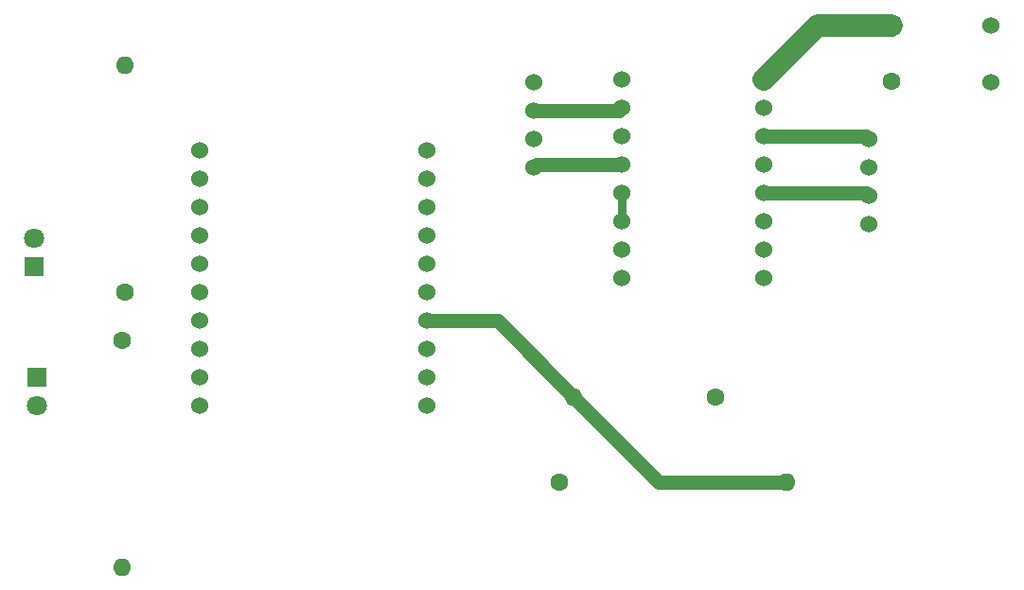
<source format=gbl>
G04 #@! TF.GenerationSoftware,KiCad,Pcbnew,(5.1.10)-1*
G04 #@! TF.CreationDate,2021-11-08T21:36:16-05:00*
G04 #@! TF.ProjectId,SmartShade,536d6172-7453-4686-9164-652e6b696361,rev?*
G04 #@! TF.SameCoordinates,Original*
G04 #@! TF.FileFunction,Copper,L2,Bot*
G04 #@! TF.FilePolarity,Positive*
%FSLAX46Y46*%
G04 Gerber Fmt 4.6, Leading zero omitted, Abs format (unit mm)*
G04 Created by KiCad (PCBNEW (5.1.10)-1) date 2021-11-08 21:36:16*
%MOMM*%
%LPD*%
G01*
G04 APERTURE LIST*
G04 #@! TA.AperFunction,ComponentPad*
%ADD10R,1.600000X1.600000*%
G04 #@! TD*
G04 #@! TA.AperFunction,ComponentPad*
%ADD11C,1.600000*%
G04 #@! TD*
G04 #@! TA.AperFunction,ComponentPad*
%ADD12C,1.800000*%
G04 #@! TD*
G04 #@! TA.AperFunction,ComponentPad*
%ADD13R,1.800000X1.800000*%
G04 #@! TD*
G04 #@! TA.AperFunction,ComponentPad*
%ADD14O,1.600000X1.600000*%
G04 #@! TD*
G04 #@! TA.AperFunction,ComponentPad*
%ADD15C,1.524000*%
G04 #@! TD*
G04 #@! TA.AperFunction,Conductor*
%ADD16C,2.032000*%
G04 #@! TD*
G04 #@! TA.AperFunction,Conductor*
%ADD17C,1.270000*%
G04 #@! TD*
G04 #@! TA.AperFunction,Conductor*
%ADD18C,0.762000*%
G04 #@! TD*
G04 APERTURE END LIST*
D10*
X176530000Y-68580000D03*
D11*
X176530000Y-73580000D03*
D12*
X99822000Y-87630000D03*
D13*
X99822000Y-90170000D03*
X100076000Y-100076000D03*
D12*
X100076000Y-102616000D03*
D11*
X107950000Y-92456000D03*
D14*
X107950000Y-72136000D03*
X107696000Y-117094000D03*
D11*
X107696000Y-96774000D03*
X146812000Y-109474000D03*
D14*
X167132000Y-109474000D03*
D11*
X160782000Y-101854000D03*
D14*
X148082000Y-101854000D03*
D15*
X152400000Y-73406000D03*
X152400000Y-75946000D03*
X152400000Y-78486000D03*
X152400000Y-81026000D03*
X152400000Y-83566000D03*
X152400000Y-86106000D03*
X152400000Y-88646000D03*
X152400000Y-91186000D03*
X165100000Y-91186000D03*
X165100000Y-88646000D03*
X165100000Y-86106000D03*
X165100000Y-83566000D03*
X165100000Y-81026000D03*
X165100000Y-78486000D03*
X165100000Y-75946000D03*
X165100000Y-73406000D03*
X114614001Y-79816001D03*
X114614001Y-82356001D03*
X114614001Y-84896001D03*
X114614001Y-87436001D03*
X114614001Y-89976001D03*
X114614001Y-92516001D03*
X114614001Y-95056001D03*
X114614001Y-97596001D03*
X114614001Y-100136001D03*
X114614001Y-102676001D03*
X134934001Y-89976001D03*
X134934001Y-84896001D03*
X134934001Y-79816001D03*
X134934001Y-92516001D03*
X134934001Y-95056001D03*
X134934001Y-97596001D03*
X134934001Y-82356001D03*
X134934001Y-87436001D03*
X134934001Y-100136001D03*
X134934001Y-102676001D03*
X144526000Y-73660000D03*
X144526000Y-76200000D03*
X144526000Y-78740000D03*
X144526000Y-81280000D03*
X185420000Y-68580000D03*
X185420000Y-73660000D03*
X174498000Y-78740000D03*
X174498000Y-81280000D03*
X174498000Y-83820000D03*
X174498000Y-86360000D03*
D16*
X169926000Y-68580000D02*
X165100000Y-73406000D01*
X176530000Y-68580000D02*
X169926000Y-68580000D01*
D17*
X155702000Y-109474000D02*
X148082000Y-101854000D01*
X167132000Y-109474000D02*
X155702000Y-109474000D01*
X141284001Y-95056001D02*
X148082000Y-101854000D01*
X134934001Y-95056001D02*
X141284001Y-95056001D01*
X152146000Y-76200000D02*
X152400000Y-75946000D01*
X144526000Y-76200000D02*
X152146000Y-76200000D01*
X144780000Y-81026000D02*
X144526000Y-81280000D01*
X152400000Y-81026000D02*
X144780000Y-81026000D01*
D18*
X152400000Y-86106000D02*
X152400000Y-83566000D01*
X174244000Y-83566000D02*
X174498000Y-83820000D01*
D17*
X165100000Y-83566000D02*
X174244000Y-83566000D01*
D18*
X174244000Y-78486000D02*
X174498000Y-78740000D01*
D17*
X165100000Y-78486000D02*
X174244000Y-78486000D01*
M02*

</source>
